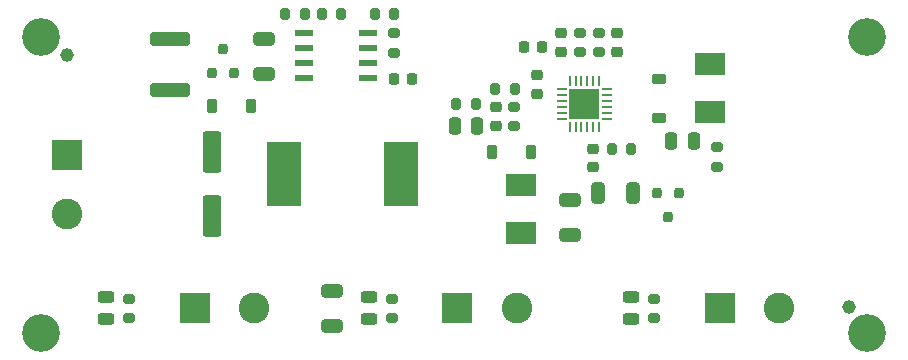
<source format=gts>
G04 #@! TF.GenerationSoftware,KiCad,Pcbnew,7.0.8*
G04 #@! TF.CreationDate,2023-10-23T09:59:53+02:00*
G04 #@! TF.ProjectId,dual-psu,6475616c-2d70-4737-952e-6b696361645f,rev?*
G04 #@! TF.SameCoordinates,Original*
G04 #@! TF.FileFunction,Soldermask,Top*
G04 #@! TF.FilePolarity,Negative*
%FSLAX46Y46*%
G04 Gerber Fmt 4.6, Leading zero omitted, Abs format (unit mm)*
G04 Created by KiCad (PCBNEW 7.0.8) date 2023-10-23 09:59:53*
%MOMM*%
%LPD*%
G01*
G04 APERTURE LIST*
G04 Aperture macros list*
%AMRoundRect*
0 Rectangle with rounded corners*
0 $1 Rounding radius*
0 $2 $3 $4 $5 $6 $7 $8 $9 X,Y pos of 4 corners*
0 Add a 4 corners polygon primitive as box body*
4,1,4,$2,$3,$4,$5,$6,$7,$8,$9,$2,$3,0*
0 Add four circle primitives for the rounded corners*
1,1,$1+$1,$2,$3*
1,1,$1+$1,$4,$5*
1,1,$1+$1,$6,$7*
1,1,$1+$1,$8,$9*
0 Add four rect primitives between the rounded corners*
20,1,$1+$1,$2,$3,$4,$5,0*
20,1,$1+$1,$4,$5,$6,$7,0*
20,1,$1+$1,$6,$7,$8,$9,0*
20,1,$1+$1,$8,$9,$2,$3,0*%
G04 Aperture macros list end*
%ADD10C,1.152000*%
%ADD11RoundRect,0.200000X-0.275000X0.200000X-0.275000X-0.200000X0.275000X-0.200000X0.275000X0.200000X0*%
%ADD12RoundRect,0.250000X0.325000X0.650000X-0.325000X0.650000X-0.325000X-0.650000X0.325000X-0.650000X0*%
%ADD13C,3.200000*%
%ADD14R,2.500000X1.900000*%
%ADD15RoundRect,0.200000X-0.200000X0.250000X-0.200000X-0.250000X0.200000X-0.250000X0.200000X0.250000X0*%
%ADD16R,1.550000X0.600000*%
%ADD17RoundRect,0.200000X-0.200000X-0.275000X0.200000X-0.275000X0.200000X0.275000X-0.200000X0.275000X0*%
%ADD18R,2.600000X2.600000*%
%ADD19C,2.600000*%
%ADD20R,2.900000X5.400000*%
%ADD21RoundRect,0.200000X0.275000X-0.200000X0.275000X0.200000X-0.275000X0.200000X-0.275000X-0.200000X0*%
%ADD22RoundRect,0.200000X0.200000X0.275000X-0.200000X0.275000X-0.200000X-0.275000X0.200000X-0.275000X0*%
%ADD23RoundRect,0.225000X0.250000X-0.225000X0.250000X0.225000X-0.250000X0.225000X-0.250000X-0.225000X0*%
%ADD24RoundRect,0.250000X0.650000X-0.325000X0.650000X0.325000X-0.650000X0.325000X-0.650000X-0.325000X0*%
%ADD25RoundRect,0.225000X-0.225000X-0.250000X0.225000X-0.250000X0.225000X0.250000X-0.225000X0.250000X0*%
%ADD26RoundRect,0.225000X-0.250000X0.225000X-0.250000X-0.225000X0.250000X-0.225000X0.250000X0.225000X0*%
%ADD27RoundRect,0.225000X0.225000X0.375000X-0.225000X0.375000X-0.225000X-0.375000X0.225000X-0.375000X0*%
%ADD28RoundRect,0.243750X-0.456250X0.243750X-0.456250X-0.243750X0.456250X-0.243750X0.456250X0.243750X0*%
%ADD29RoundRect,0.250000X0.550000X-1.500000X0.550000X1.500000X-0.550000X1.500000X-0.550000X-1.500000X0*%
%ADD30RoundRect,0.250000X-0.250000X-0.475000X0.250000X-0.475000X0.250000X0.475000X-0.250000X0.475000X0*%
%ADD31RoundRect,0.225000X-0.225000X-0.375000X0.225000X-0.375000X0.225000X0.375000X-0.225000X0.375000X0*%
%ADD32RoundRect,0.225000X0.225000X0.250000X-0.225000X0.250000X-0.225000X-0.250000X0.225000X-0.250000X0*%
%ADD33RoundRect,0.250000X0.250000X0.475000X-0.250000X0.475000X-0.250000X-0.475000X0.250000X-0.475000X0*%
%ADD34RoundRect,0.225000X-0.375000X0.225000X-0.375000X-0.225000X0.375000X-0.225000X0.375000X0.225000X0*%
%ADD35RoundRect,0.200000X0.200000X-0.250000X0.200000X0.250000X-0.200000X0.250000X-0.200000X-0.250000X0*%
%ADD36RoundRect,0.250000X-0.650000X0.325000X-0.650000X-0.325000X0.650000X-0.325000X0.650000X0.325000X0*%
%ADD37RoundRect,0.062500X0.062500X-0.350000X0.062500X0.350000X-0.062500X0.350000X-0.062500X-0.350000X0*%
%ADD38RoundRect,0.062500X0.350000X-0.062500X0.350000X0.062500X-0.350000X0.062500X-0.350000X-0.062500X0*%
%ADD39RoundRect,0.250000X-1.450000X0.312500X-1.450000X-0.312500X1.450000X-0.312500X1.450000X0.312500X0*%
G04 APERTURE END LIST*
D10*
X24765000Y-20031000D03*
X91015000Y-41431000D03*
D11*
X52465000Y-18218500D03*
X52465000Y-19868500D03*
D12*
X72740000Y-31756000D03*
X69790000Y-31756000D03*
D13*
X22565000Y-18556000D03*
D14*
X79215000Y-20806000D03*
X79215000Y-24906000D03*
D13*
X92565000Y-18556000D03*
D15*
X76665000Y-31756000D03*
X74765000Y-31756000D03*
X75715000Y-33756000D03*
D16*
X50283600Y-22036400D03*
X50283600Y-20766400D03*
X50283600Y-19496400D03*
X50283600Y-18226400D03*
X44883600Y-18226400D03*
X44883600Y-19496400D03*
X44883600Y-20766400D03*
X44883600Y-22036400D03*
D17*
X61052500Y-22956000D03*
X62702500Y-22956000D03*
D18*
X24765000Y-28556000D03*
D19*
X24765000Y-33556000D03*
D20*
X43151200Y-30117000D03*
X53051200Y-30117000D03*
D21*
X68215000Y-19831000D03*
X68215000Y-18181000D03*
D18*
X80090000Y-41506000D03*
D19*
X85090000Y-41506000D03*
D17*
X70927500Y-28006000D03*
X72577500Y-28006000D03*
D22*
X44952500Y-16606000D03*
X43302500Y-16606000D03*
D23*
X66615000Y-19781000D03*
X66615000Y-18231000D03*
D24*
X67415000Y-35281000D03*
X67415000Y-32331000D03*
D25*
X52477500Y-22056000D03*
X54027500Y-22056000D03*
D26*
X71415000Y-18231000D03*
X71415000Y-19781000D03*
D27*
X40365000Y-24356000D03*
X37065000Y-24356000D03*
D28*
X28140000Y-40568500D03*
X28140000Y-42443500D03*
D29*
X37065000Y-33706000D03*
X37065000Y-28306000D03*
D24*
X41465000Y-21631000D03*
X41465000Y-18681000D03*
D23*
X64565000Y-23343500D03*
X64565000Y-21793500D03*
D13*
X22565000Y-43556000D03*
D22*
X48027500Y-16606000D03*
X46377500Y-16606000D03*
D18*
X35640000Y-41506000D03*
D19*
X40640000Y-41506000D03*
D26*
X69365000Y-28018500D03*
X69365000Y-29568500D03*
D30*
X75965000Y-27356000D03*
X77865000Y-27356000D03*
D18*
X57865000Y-41506000D03*
D19*
X62865000Y-41506000D03*
D13*
X92565000Y-43556000D03*
D28*
X50365000Y-40568500D03*
X50365000Y-42443500D03*
D31*
X60765000Y-28262800D03*
X64065000Y-28262800D03*
D32*
X65052500Y-19356000D03*
X63502500Y-19356000D03*
D33*
X59540000Y-26056000D03*
X57640000Y-26056000D03*
D21*
X30090000Y-42331000D03*
X30090000Y-40681000D03*
X52340000Y-42331000D03*
X52340000Y-40681000D03*
D34*
X74965000Y-22106000D03*
X74965000Y-25406000D03*
D35*
X37065000Y-21556000D03*
X38965000Y-21556000D03*
X38015000Y-19556000D03*
D11*
X62665000Y-24431000D03*
X62665000Y-26081000D03*
D23*
X61140000Y-26031000D03*
X61140000Y-24481000D03*
D14*
X63265000Y-35128800D03*
X63265000Y-31028800D03*
D17*
X57752500Y-24206000D03*
X59402500Y-24206000D03*
D28*
X72590000Y-40568500D03*
X72590000Y-42443500D03*
D36*
X47265000Y-40081000D03*
X47265000Y-43031000D03*
D21*
X69815000Y-19831000D03*
X69815000Y-18181000D03*
D17*
X50852500Y-16606000D03*
X52502500Y-16606000D03*
D37*
X67365000Y-26143500D03*
X67865000Y-26143500D03*
X68365000Y-26143500D03*
X68865000Y-26143500D03*
X69365000Y-26143500D03*
X69865000Y-26143500D03*
D38*
X70552500Y-25456000D03*
X70552500Y-24956000D03*
X70552500Y-24456000D03*
X70552500Y-23956000D03*
X70552500Y-23456000D03*
X70552500Y-22956000D03*
D37*
X69865000Y-22268500D03*
X69365000Y-22268500D03*
X68865000Y-22268500D03*
X68365000Y-22268500D03*
X67865000Y-22268500D03*
X67365000Y-22268500D03*
D38*
X66677500Y-22956000D03*
X66677500Y-23456000D03*
X66677500Y-23956000D03*
X66677500Y-24456000D03*
X66677500Y-24956000D03*
X66677500Y-25456000D03*
D18*
X68615000Y-24206000D03*
D21*
X74540000Y-42331000D03*
X74540000Y-40681000D03*
D39*
X33547000Y-18708500D03*
X33547000Y-22983500D03*
D11*
X79865000Y-27856000D03*
X79865000Y-29506000D03*
M02*

</source>
